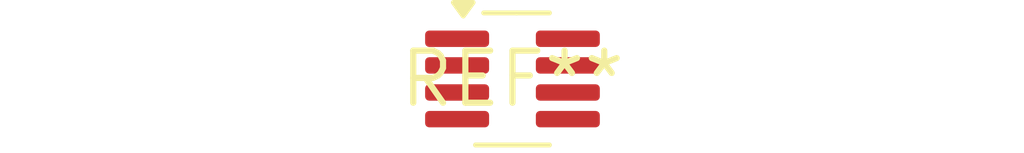
<source format=kicad_pcb>
(kicad_pcb (version 20240108) (generator pcbnew)
  (layers (0 "F.Cu" signal) (31 "B.Cu" signal) (34 "B.Paste" user) (35 "F.Paste" user) (36 "B.SilkS" user "B.Silkscreen") (37 "F.SilkS" user "F.Silkscreen") (38 "B.Mask" user) (39 "F.Mask" user) (44 "Edge.Cuts" user))
  (net 0 "")
  (footprint "SOT-23-8_Handsoldering" (layer "F.Cu") (at 0 0)
    (property "Reference" "REF**")
    (property "Value" "SOT-23-8_Handsoldering")
    (fp_line (start -0.9 1.61) (end 0.9 1.61) (layer "F.SilkS") (stroke (width 0.12)))
    (fp_line (start 0.1 -1.61) (end -0.7 -1.61) (layer "F.SilkS") (stroke (width 0.12)))
    (fp_line (start 0.1 -1.61) (end 0.9 -1.61) (layer "F.SilkS") (stroke (width 0.12)))
    (fp_poly (pts (xy -1.2 -1.535) (xy -1.44 -1.865) (xy -0.96 -1.865) (xy -1.2 -1.535)) (layer "F.SilkS") (stroke (width 0.12)) (fill solid))
    (pad "1" smd roundrect (at -1.35 -0.98) (size 1.56 0.4) (layers "F.Cu" "F.Paste" "F.Mask"))
    (pad "2" smd roundrect (at -1.35 -0.33) (size 1.56 0.4) (layers "F.Cu" "F.Paste" "F.Mask"))
    (pad "3" smd roundrect (at -1.35 0.33) (size 1.56 0.4) (layers "F.Cu" "F.Paste" "F.Mask"))
    (pad "4" smd roundrect (at -1.35 0.98) (size 1.56 0.4) (layers "F.Cu" "F.Paste" "F.Mask"))
    (pad "5" smd roundrect (at 1.35 0.98) (size 1.56 0.4) (layers "F.Cu" "F.Paste" "F.Mask"))
    (pad "6" smd roundrect (at 1.35 0.33) (size 1.56 0.4) (layers "F.Cu" "F.Paste" "F.Mask"))
    (pad "7" smd roundrect (at 1.35 -0.33) (size 1.56 0.4) (layers "F.Cu" "F.Paste" "F.Mask"))
    (pad "8" smd roundrect (at 1.35 -0.98) (size 1.56 0.4) (layers "F.Cu" "F.Paste" "F.Mask"))
  )
)
</source>
